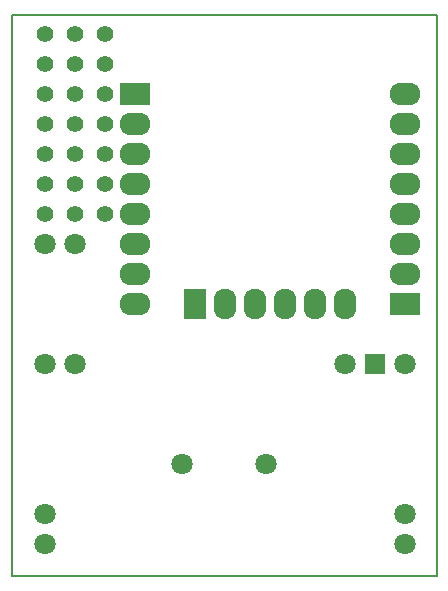
<source format=gbs>
G04 #@! TF.FileFunction,Soldermask,Bot*
%FSLAX46Y46*%
G04 Gerber Fmt 4.6, Leading zero omitted, Abs format (unit mm)*
G04 Created by KiCad (PCBNEW 4.0.4-stable) date *
%MOMM*%
%LPD*%
G01*
G04 APERTURE LIST*
%ADD10C,0.100000*%
%ADD11C,0.150000*%
%ADD12C,1.396998*%
%ADD13C,1.799998*%
%ADD14C,1.797000*%
%ADD15R,2.599640X1.924000*%
%ADD16O,2.599640X1.924000*%
%ADD17R,1.924000X2.599640*%
%ADD18O,1.924000X2.599640*%
%ADD19R,1.797000X1.797000*%
G04 APERTURE END LIST*
D10*
D11*
X100000000Y-100000000D02*
X100000000Y-147500000D01*
X100000000Y-147500000D02*
X136000000Y-147500000D01*
X136000000Y-100000000D02*
X136000000Y-147500000D01*
X100000000Y-100000000D02*
X136000000Y-100000000D01*
D12*
X102870000Y-116840000D03*
X105410000Y-116840000D03*
X107950000Y-116840000D03*
X107950000Y-114300000D03*
X105410000Y-114300000D03*
X102870000Y-114300000D03*
X102870000Y-111760000D03*
X105410000Y-111760000D03*
X107950000Y-111760000D03*
X107950000Y-109220000D03*
X105410000Y-109220000D03*
X102870000Y-109220000D03*
X102870000Y-106680000D03*
X105410000Y-106680000D03*
X107950000Y-106680000D03*
X107950000Y-104140000D03*
X105410000Y-104140000D03*
X102870000Y-104140000D03*
X105410000Y-101600000D03*
D13*
X121539000Y-138049000D03*
X114427000Y-138049000D03*
X133350000Y-144780000D03*
X133350000Y-142240000D03*
X102870000Y-144780000D03*
X102870000Y-142240000D03*
D14*
X105410000Y-129540000D03*
X105410000Y-119380000D03*
D15*
X110490000Y-106680000D03*
D16*
X110490000Y-109220000D03*
X110490000Y-111760000D03*
X110490000Y-114300000D03*
X110490000Y-116840000D03*
X110490000Y-119380000D03*
X110490000Y-121920000D03*
X110490000Y-124460000D03*
D17*
X115570000Y-124460000D03*
D18*
X118110000Y-124460000D03*
X120650000Y-124460000D03*
X123190000Y-124460000D03*
X125730000Y-124460000D03*
X128270000Y-124460000D03*
D15*
X133350000Y-124460000D03*
D16*
X133350000Y-121920000D03*
X133350000Y-119380000D03*
X133350000Y-116840000D03*
X133350000Y-114300000D03*
X133350000Y-111760000D03*
X133350000Y-109220000D03*
X133350000Y-106680000D03*
D14*
X102870000Y-119380000D03*
X102870000Y-129540000D03*
D19*
X130810000Y-129540000D03*
D14*
X133350000Y-129540000D03*
X128270000Y-129540000D03*
D12*
X102870000Y-101600000D03*
X107950000Y-101600000D03*
M02*

</source>
